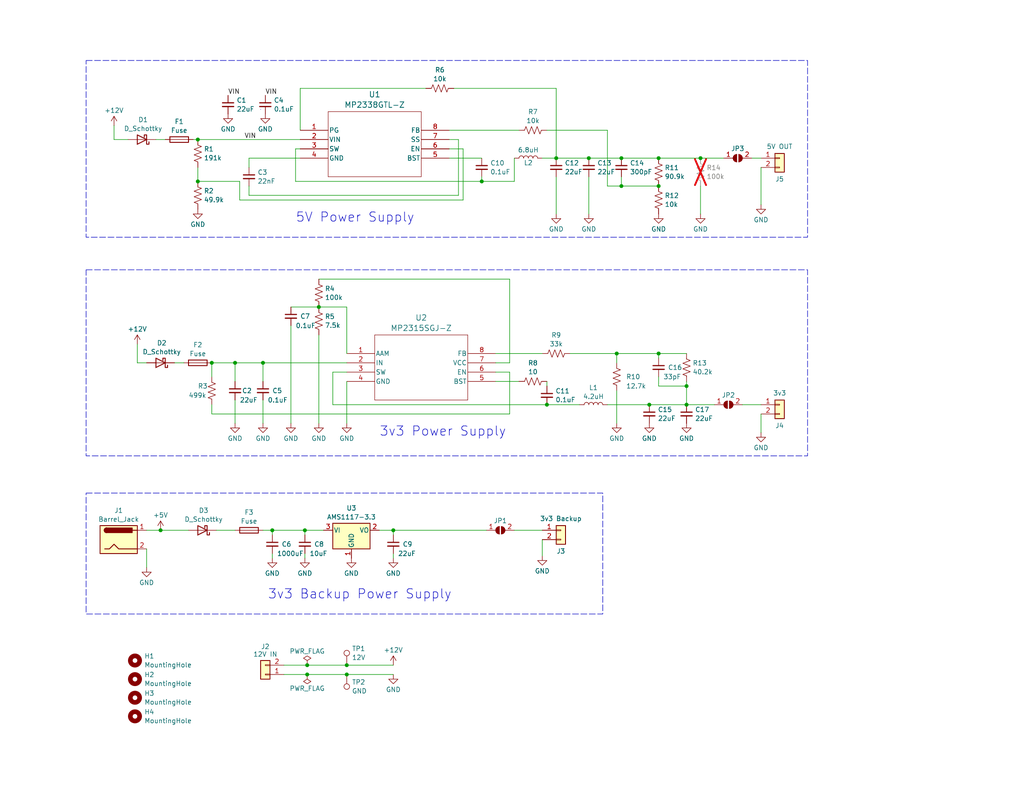
<source format=kicad_sch>
(kicad_sch (version 20230121) (generator eeschema)
  (paper "USLetter")
  (title_block (title "Power Board 3v3 and 5V") (date "2025-03-09") (rev "1.0") (comment 1 "Designed By: Omkar Kulkarni"))
  (lib_symbols
    (symbol "Connector:Barrel_Jack" (pin_names (offset 1.016))
      (property "Reference" "J" (at 0 5.334 0))
      (property "Value" "Barrel_Jack" (at 0 -5.08 0))
      (symbol "Barrel_Jack_0_1"
        (rectangle (start -5.08 3.81) (end 5.08 -3.81) (stroke (width 0.254)) (fill (type background)))
        (arc (start -3.302 3.175) (mid -3.9343 2.54) (end -3.302 1.905) (stroke (width 0.254)))
        (arc (start -3.302 3.175) (mid -3.9343 2.54) (end -3.302 1.905) (stroke (width 0.254)) (fill (type outline)))
        (polyline (pts (xy 5.08 2.54) (xy 3.81 2.54)) (stroke (width 0.254)))
        (polyline (pts (xy -3.81 -2.54) (xy -2.54 -2.54) (xy -1.27 -1.27) (xy 0 -2.54) (xy 2.54 -2.54) (xy 5.08 -2.54)) (stroke (width 0.254)))
        (rectangle (start 3.683 3.175) (end -3.302 1.905) (stroke (width 0.254)) (fill (type outline)))
      )
      (symbol "Barrel_Jack_1_1"
        (pin passive line (at 7.62 2.54 180) (length 2.54) (name "~") (number "1"))
        (pin passive line (at 7.62 -2.54 180) (length 2.54) (name "~") (number "2"))
      )
    )
    (symbol "Connector:TestPoint" (pin_numbers hide) (pin_names (offset 0.762) hide)
      (property "Reference" "TP" (at 0 6.858 0))
      (property "Value" "TestPoint" (at 0 5.08 0))
      (symbol "TestPoint_0_1"
        (circle (center 0 3.302) (radius 0.762))
      )
      (symbol "TestPoint_1_1"
        (pin passive line (at 0 0 90) (length 2.54) (name "1") (number "1"))
      )
    )
    (symbol "Connector_Generic:Conn_01x02" (pin_names (offset 1.016) hide)
      (property "Reference" "J" (at 0 2.54 0))
      (property "Value" "Conn_01x02" (at 0 -5.08 0))
      (symbol "Conn_01x02_1_1"
        (rectangle (start -1.27 -2.413) (end 0 -2.667) (stroke (width 0.1524)))
        (rectangle (start -1.27 0.127) (end 0 -0.127) (stroke (width 0.1524)))
        (rectangle (start -1.27 1.27) (end 1.27 -3.81) (stroke (width 0.254)) (fill (type background)))
        (pin passive line (at -5.08 0 0) (length 3.81) (name "Pin_1") (number "1"))
        (pin passive line (at -5.08 -2.54 0) (length 3.81) (name "Pin_2") (number "2"))
      )
    )
    (symbol "Device:C_Small" (pin_numbers hide) (pin_names (offset 0.254) hide)
      (property "Reference" "C" (at 0.254 1.778 0))
      (property "Value" "C_Small" (at 0.254 -2.032 0))
      (symbol "C_Small_0_1"
        (polyline (pts (xy -1.524 -0.508) (xy 1.524 -0.508)) (stroke (width 0.3302)))
        (polyline (pts (xy -1.524 0.508) (xy 1.524 0.508)) (stroke (width 0.3048)))
      )
      (symbol "C_Small_1_1"
        (pin passive line (at 0 2.54 270) (length 2.032) (name "~") (number "1"))
        (pin passive line (at 0 -2.54 90) (length 2.032) (name "~") (number "2"))
      )
    )
    (symbol "Device:L" (pin_numbers hide) (pin_names (offset 1.016) hide)
      (property "Reference" "L" (at -1.27 0 90))
      (property "Value" "L" (at 1.905 0 90))
      (symbol "L_0_1"
        (arc (start 0 -2.54) (mid 0.6323 -1.905) (end 0 -1.27))
        (arc (start 0 -1.27) (mid 0.6323 -0.635) (end 0 0))
        (arc (start 0 0) (mid 0.6323 0.635) (end 0 1.27))
        (arc (start 0 1.27) (mid 0.6323 1.905) (end 0 2.54))
      )
      (symbol "L_1_1"
        (pin passive line (at 0 3.81 270) (length 1.27) (name "1") (number "1"))
        (pin passive line (at 0 -3.81 90) (length 1.27) (name "2") (number "2"))
      )
    )
    (symbol "Device:R_US" (pin_numbers hide) (pin_names (offset 0))
      (property "Reference" "R" (at 2.54 0 90))
      (property "Value" "R_US" (at -2.54 0 90))
      (symbol "R_US_0_1"
        (polyline (pts (xy 0 -2.286) (xy 0 -2.54)))
        (polyline (pts (xy 0 2.286) (xy 0 2.54)))
        (polyline (pts (xy 0 -0.762) (xy 1.016 -1.143) (xy 0 -1.524) (xy -1.016 -1.905) (xy 0 -2.286)))
        (polyline (pts (xy 0 0.762) (xy 1.016 0.381) (xy 0 0) (xy -1.016 -0.381) (xy 0 -0.762)))
        (polyline (pts (xy 0 2.286) (xy 1.016 1.905) (xy 0 1.524) (xy -1.016 1.143) (xy 0 0.762)))
      )
      (symbol "R_US_1_1"
        (pin passive line (at 0 3.81 270) (length 1.27) (name "~") (number "1"))
        (pin passive line (at 0 -3.81 90) (length 1.27) (name "~") (number "2"))
      )
    )
    (symbol "Jumper:SolderJumper_2_Open" (pin_names (offset 0) hide)
      (property "Reference" "JP" (at 0 2.032 0))
      (property "Value" "SolderJumper_2_Open" (at 0 -2.54 0))
      (symbol "SolderJumper_2_Open_0_1"
        (arc (start -0.254 1.016) (mid -1.2656 0) (end -0.254 -1.016))
        (arc (start -0.254 1.016) (mid -1.2656 0) (end -0.254 -1.016) (fill (type outline)))
        (polyline (pts (xy -0.254 1.016) (xy -0.254 -1.016)))
        (polyline (pts (xy 0.254 1.016) (xy 0.254 -1.016)))
        (arc (start 0.254 -1.016) (mid 1.2656 0) (end 0.254 1.016))
        (arc (start 0.254 -1.016) (mid 1.2656 0) (end 0.254 1.016) (fill (type outline)))
      )
      (symbol "SolderJumper_2_Open_1_1"
        (pin passive line (at -3.81 0 0) (length 2.54) (name "A") (number "1"))
        (pin passive line (at 3.81 0 180) (length 2.54) (name "B") (number "2"))
      )
    )
    (symbol "MP2315SGJ-Z:MP2315SGJ-Z" (pin_names (offset 0.254))
      (property "Reference" "U" (at 20.32 10.16 0))
      (property "Value" "MP2315SGJ-Z" (at 20.32 7.62 0))
      (symbol "MP2315SGJ-Z_0_1"
        (polyline (pts (xy 7.62 -12.7) (xy 33.02 -12.7)) (stroke (width 0.127)))
        (polyline (pts (xy 7.62 5.08) (xy 7.62 -12.7)) (stroke (width 0.127)))
        (polyline (pts (xy 33.02 -12.7) (xy 33.02 5.08)) (stroke (width 0.127)))
        (polyline (pts (xy 33.02 5.08) (xy 7.62 5.08)) (stroke (width 0.127)))
        (pin power_in line (at 0 -2.54 0) (length 7.62) (name "IN") (number "2"))
        (pin output line (at 0 -5.08 0) (length 7.62) (name "SW") (number "3"))
        (pin power_in line (at 0 -7.62 0) (length 7.62) (name "GND") (number "4"))
        (pin power_in line (at 40.64 -7.62 180) (length 7.62) (name "BST") (number "5"))
        (pin power_in line (at 40.64 -2.54 180) (length 7.62) (name "VCC") (number "7"))
      )
      (symbol "MP2315SGJ-Z_1_1"
        (pin input line (at 0 0 0) (length 7.62) (name "AAM") (number "1"))
        (pin output line (at 40.64 -5.08 180) (length 7.62) (name "EN") (number "6"))
        (pin input line (at 40.64 0 180) (length 7.62) (name "FB") (number "8"))
      )
    )
    (symbol "MP2338GTL-Z:MP2338GTL-Z" (pin_names (offset 0.254))
      (property "Reference" "U" (at 20.32 10.16 0))
      (property "Value" "MP2338GTL-Z" (at 20.32 7.62 0))
      (symbol "MP2338GTL-Z_0_1"
        (polyline (pts (xy 7.62 -12.7) (xy 33.02 -12.7)) (stroke (width 0.127)))
        (polyline (pts (xy 7.62 5.08) (xy 7.62 -12.7)) (stroke (width 0.127)))
        (polyline (pts (xy 33.02 -12.7) (xy 33.02 5.08)) (stroke (width 0.127)))
        (polyline (pts (xy 33.02 5.08) (xy 7.62 5.08)) (stroke (width 0.127)))
        (pin output line (at 0 0 0) (length 7.62) (name "PG") (number "1"))
        (pin power_in line (at 0 -2.54 0) (length 7.62) (name "VIN") (number "2"))
        (pin output line (at 0 -5.08 0) (length 7.62) (name "SW") (number "3"))
        (pin power_in line (at 0 -7.62 0) (length 7.62) (name "GND") (number "4"))
        (pin power_in line (at 40.64 -7.62 180) (length 7.62) (name "BST") (number "5"))
        (pin input line (at 40.64 -5.08 180) (length 7.62) (name "EN") (number "6"))
        (pin output line (at 40.64 0 180) (length 7.62) (name "FB") (number "8"))
      )
      (symbol "MP2338GTL-Z_1_1"
        (pin input line (at 40.64 -2.54 180) (length 7.62) (name "SS") (number "7"))
      )
    )
    (symbol "Mechanical:MountingHole" (pin_names (offset 1.016))
      (property "Reference" "H" (at 0 5.08 0))
      (property "Value" "MountingHole" (at 0 3.175 0))
      (symbol "MountingHole_0_1"
        (circle (center 0 0) (radius 1.27) (stroke (width 1.27)))
      )
    )
    (symbol "Regulator_Linear:AMS1117-3.3" (pin_names (offset 0.254))
      (property "Reference" "U" (at -3.81 3.175 0))
      (property "Value" "AMS1117-3.3" (at 0 3.175 0))
      (symbol "AMS1117-3.3_0_1"
        (rectangle (start -5.08 -5.08) (end 5.08 1.905) (stroke (width 0.254)) (fill (type background)))
      )
      (symbol "AMS1117-3.3_1_1"
        (pin power_in line (at 0 -7.62 90) (length 2.54) (name "GND") (number "1"))
        (pin power_out line (at 7.62 0 180) (length 2.54) (name "VO") (number "2"))
        (pin power_in line (at -7.62 0 0) (length 2.54) (name "VI") (number "3"))
      )
    )
    (symbol "device:C_Small" (pin_numbers hide) (pin_names (offset 0.254) hide)
      (property "Reference" "C" (at 0.254 1.778 0))
      (property "Value" "C_Small" (at 0.254 -2.032 0))
      (symbol "C_Small_0_1"
        (polyline (pts (xy -1.524 -0.508) (xy 1.524 -0.508)) (stroke (width 0.3302)))
        (polyline (pts (xy -1.524 0.508) (xy 1.524 0.508)) (stroke (width 0.3048)))
      )
      (symbol "C_Small_1_1"
        (pin passive line (at 0 2.54 270) (length 2.032) (name "~") (number "1"))
        (pin passive line (at 0 -2.54 90) (length 2.032) (name "~") (number "2"))
      )
    )
    (symbol "device:D_Schottky" (pin_numbers hide) (pin_names (offset 1.016) hide)
      (property "Reference" "D" (at 0 2.54 0))
      (property "Value" "D_Schottky" (at 0 -2.54 0))
      (symbol "D_Schottky_0_1"
        (polyline (pts (xy 1.27 0) (xy -1.27 0)))
        (polyline (pts (xy 1.27 1.27) (xy 1.27 -1.27) (xy -1.27 0) (xy 1.27 1.27)) (stroke (width 0.254)))
        (polyline (pts (xy -1.905 0.635) (xy -1.905 1.27) (xy -1.27 1.27) (xy -1.27 -1.27) (xy -0.635 -1.27) (xy -0.635 -0.635)) (stroke (width 0.254)))
      )
      (symbol "D_Schottky_1_1"
        (pin passive line (at -3.81 0 0) (length 2.54) (name "K") (number "1"))
        (pin passive line (at 3.81 0 180) (length 2.54) (name "A") (number "2"))
      )
    )
    (symbol "device:Fuse" (pin_numbers hide) (pin_names (offset 0))
      (property "Reference" "F" (at 2.032 0 90))
      (property "Value" "Fuse" (at -1.905 0 90))
      (symbol "Fuse_0_1"
        (rectangle (start -0.762 -2.54) (end 0.762 2.54) (stroke (width 0.254)))
        (polyline (pts (xy 0 2.54) (xy 0 -2.54)))
      )
      (symbol "Fuse_1_1"
        (pin passive line (at 0 3.81 270) (length 1.27) (name "~") (number "1"))
        (pin passive line (at 0 -3.81 90) (length 1.27) (name "~") (number "2"))
      )
    )
    (symbol "device:L" (pin_numbers hide) (pin_names (offset 1.016) hide)
      (property "Reference" "L" (at -1.27 0 90))
      (property "Value" "L" (at 1.905 0 90))
      (symbol "L_0_1"
        (arc (start 0 -2.54) (mid 0.6323 -1.905) (end 0 -1.27))
        (arc (start 0 -1.27) (mid 0.6323 -0.635) (end 0 0))
        (arc (start 0 0) (mid 0.6323 0.635) (end 0 1.27))
        (arc (start 0 1.27) (mid 0.6323 1.905) (end 0 2.54))
      )
      (symbol "L_1_1"
        (pin passive line (at 0 3.81 270) (length 1.27) (name "1") (number "1"))
        (pin passive line (at 0 -3.81 90) (length 1.27) (name "2") (number "2"))
      )
    )
    (symbol "device:R_US" (pin_numbers hide) (pin_names (offset 0))
      (property "Reference" "R" (at 2.54 0 90))
      (property "Value" "R_US" (at -2.54 0 90))
      (symbol "R_US_0_1"
        (polyline (pts (xy 0 -2.286) (xy 0 -2.54)))
        (polyline (pts (xy 0 2.286) (xy 0 2.54)))
        (polyline (pts (xy 0 -0.762) (xy 1.016 -1.143) (xy 0 -1.524) (xy -1.016 -1.905) (xy 0 -2.286)))
        (polyline (pts (xy 0 0.762) (xy 1.016 0.381) (xy 0 0) (xy -1.016 -0.381) (xy 0 -0.762)))
        (polyline (pts (xy 0 2.286) (xy 1.016 1.905) (xy 0 1.524) (xy -1.016 1.143) (xy 0 0.762)))
      )
      (symbol "R_US_1_1"
        (pin passive line (at 0 3.81 270) (length 1.27) (name "~") (number "1"))
        (pin passive line (at 0 -3.81 90) (length 1.27) (name "~") (number "2"))
      )
    )
    (symbol "power:+12V" (power) (pin_names (offset 0))
      (property "Value" "+12V" (at 0 3.556 0))
      (symbol "+12V_0_1"
        (polyline (pts (xy -0.762 1.27) (xy 0 2.54)))
        (polyline (pts (xy 0 0) (xy 0 2.54)))
        (polyline (pts (xy 0 2.54) (xy 0.762 1.27)))
      )
      (symbol "+12V_1_1"
        (pin power_in line (at 0 0 90) (length 0) hide (name "+12V") (number "1"))
      )
    )
    (symbol "power:+5V" (power) (pin_names (offset 0))
      (property "Value" "+5V" (at 0 3.556 0))
      (symbol "+5V_0_1"
        (polyline (pts (xy -0.762 1.27) (xy 0 2.54)))
        (polyline (pts (xy 0 0) (xy 0 2.54)))
        (polyline (pts (xy 0 2.54) (xy 0.762 1.27)))
      )
      (symbol "+5V_1_1"
        (pin power_in line (at 0 0 90) (length 0) hide (name "+5V") (number "1"))
      )
    )
    (symbol "power:GND" (power) (pin_names (offset 0))
      (property "Value" "GND" (at 0 -3.81 0))
      (symbol "GND_0_1"
        (polyline (pts (xy 0 0) (xy 0 -1.27) (xy 1.27 -1.27) (xy 0 -2.54) (xy -1.27 -1.27) (xy 0 -1.27)))
      )
      (symbol "GND_1_1"
        (pin power_in line (at 0 0 270) (length 0) hide (name "GND") (number "1"))
      )
    )
    (symbol "power:PWR_FLAG" (power) (pin_numbers hide) (pin_names (offset 0) hide)
      (property "Value" "PWR_FLAG" (at 0 3.81 0))
      (symbol "PWR_FLAG_0_0"
        (pin power_out line (at 0 0 90) (length 0) (name "pwr") (number "1"))
      )
      (symbol "PWR_FLAG_0_1"
        (polyline (pts (xy 0 0) (xy 0 1.27) (xy -1.016 1.905) (xy 0 2.54) (xy 1.016 1.905) (xy 0 1.27)))
      )
    )
  )
  (junction (at 43.815 144.78))
  (junction (at 179.705 50.8))
  (junction (at 83.82 181.61))
  (junction (at 107.315 144.78))
  (junction (at 177.165 110.49))
  (junction (at 187.325 105.41))
  (junction (at 179.705 43.18))
  (junction (at 151.765 43.18))
  (junction (at 94.615 184.15))
  (junction (at 74.295 144.78))
  (junction (at 131.445 49.53))
  (junction (at 83.185 144.78))
  (junction (at 160.655 43.18))
  (junction (at 71.755 99.06))
  (junction (at 179.705 96.52))
  (junction (at 53.975 38.1))
  (junction (at 83.82 184.15))
  (junction (at 169.545 50.8))
  (junction (at 86.995 83.82))
  (junction (at 53.975 49.53))
  (junction (at 187.325 110.49))
  (junction (at 64.135 99.06))
  (junction (at 149.225 110.49))
  (junction (at 191.135 43.18))
  (junction (at 169.545 43.18))
  (junction (at 94.615 181.61))
  (junction (at 57.785 99.06))
  (junction (at 168.275 96.52))
  (wire (pts (xy 64.135 99.06) (xy 71.755 99.06)))
  (wire (pts (xy 80.645 40.64) (xy 81.915 40.64)))
  (wire (pts (xy 191.135 43.18) (xy 197.485 43.18)))
  (wire (pts (xy 57.785 110.49) (xy 57.785 113.03)))
  (wire (pts (xy 202.565 110.49) (xy 207.645 110.49)))
  (wire (pts (xy 67.945 43.18) (xy 81.915 43.18)))
  (wire (pts (xy 94.615 181.61) (xy 107.315 181.61)))
  (wire (pts (xy 94.615 101.6) (xy 90.805 101.6)))
  (wire (pts (xy 42.545 38.1) (xy 45.085 38.1)))
  (wire (pts (xy 131.445 48.26) (xy 131.445 49.53)))
  (wire (pts (xy 71.755 109.22) (xy 71.755 115.57)))
  (wire (pts (xy 187.325 110.49) (xy 194.945 110.49)))
  (wire (pts (xy 191.135 50.8) (xy 191.135 58.42)))
  (wire (pts (xy 94.615 184.15) (xy 107.315 184.15)))
  (wire (pts (xy 31.115 34.29) (xy 31.115 38.1)))
  (wire (pts (xy 169.545 50.8) (xy 179.705 50.8)))
  (wire (pts (xy 80.645 49.53) (xy 80.645 40.64)))
  (wire (pts (xy 37.465 93.98) (xy 37.465 99.06)))
  (wire (pts (xy 103.505 144.78) (xy 107.315 144.78)))
  (wire (pts (xy 151.765 43.18) (xy 160.655 43.18)))
  (wire (pts (xy 125.095 38.1) (xy 122.555 38.1)))
  (wire (pts (xy 43.815 144.78) (xy 51.435 144.78)))
  (wire (pts (xy 57.785 102.87) (xy 57.785 99.06)))
  (wire (pts (xy 135.255 99.06) (xy 139.065 99.06)))
  (wire (pts (xy 90.805 101.6) (xy 90.805 110.49)))
  (wire (pts (xy 179.705 105.41) (xy 187.325 105.41)))
  (wire (pts (xy 94.615 83.82) (xy 86.995 83.82)))
  (wire (pts (xy 67.945 50.8) (xy 67.945 53.34)))
  (wire (pts (xy 65.405 54.61) (xy 126.365 54.61)))
  (wire (pts (xy 57.785 113.03) (xy 139.065 113.03)))
  (wire (pts (xy 57.785 99.06) (xy 64.135 99.06)))
  (wire (pts (xy 168.275 99.06) (xy 168.275 96.52)))
  (wire (pts (xy 79.375 83.82) (xy 86.995 83.82)))
  (wire (pts (xy 122.555 35.56) (xy 141.605 35.56)))
  (wire (pts (xy 83.82 181.61) (xy 94.615 181.61)))
  (wire (pts (xy 125.095 53.34) (xy 125.095 38.1)))
  (wire (pts (xy 83.185 144.78) (xy 88.265 144.78)))
  (wire (pts (xy 131.445 43.18) (xy 122.555 43.18)))
  (wire (pts (xy 177.165 110.49) (xy 187.325 110.49)))
  (wire (pts (xy 71.755 144.78) (xy 74.295 144.78)))
  (wire (pts (xy 179.705 102.87) (xy 179.705 105.41)))
  (wire (pts (xy 155.575 96.52) (xy 168.275 96.52)))
  (wire (pts (xy 140.335 49.53) (xy 140.335 43.18)))
  (wire (pts (xy 168.275 96.52) (xy 179.705 96.52)))
  (wire (pts (xy 37.465 99.06) (xy 40.005 99.06)))
  (wire (pts (xy 179.705 97.79) (xy 179.705 96.52)))
  (wire (pts (xy 160.655 48.26) (xy 160.655 58.42)))
  (wire (pts (xy 94.615 104.14) (xy 94.615 115.57)))
  (wire (pts (xy 77.47 181.61) (xy 83.82 181.61)))
  (wire (pts (xy 139.065 101.6) (xy 135.255 101.6)))
  (wire (pts (xy 135.255 96.52) (xy 147.955 96.52)))
  (wire (pts (xy 71.755 104.14) (xy 71.755 99.06)))
  (wire (pts (xy 207.645 118.11) (xy 207.645 113.03)))
  (wire (pts (xy 179.705 43.18) (xy 191.135 43.18)))
  (wire (pts (xy 81.915 24.13) (xy 116.205 24.13)))
  (wire (pts (xy 140.335 144.78) (xy 147.955 144.78)))
  (wire (pts (xy 147.955 151.765) (xy 147.955 147.32)))
  (wire (pts (xy 151.765 24.13) (xy 151.765 43.18)))
  (wire (pts (xy 151.765 48.26) (xy 151.765 58.42)))
  (wire (pts (xy 187.325 105.41) (xy 187.325 110.49)))
  (wire (pts (xy 107.315 146.05) (xy 107.315 144.78)))
  (wire (pts (xy 165.735 50.8) (xy 169.545 50.8)))
  (wire (pts (xy 86.995 76.2) (xy 139.065 76.2)))
  (wire (pts (xy 53.975 45.72) (xy 53.975 49.53)))
  (wire (pts (xy 139.065 99.06) (xy 139.065 76.2)))
  (wire (pts (xy 107.315 151.13) (xy 107.315 152.4)))
  (wire (pts (xy 169.545 48.26) (xy 169.545 50.8)))
  (wire (pts (xy 64.135 104.14) (xy 64.135 99.06)))
  (wire (pts (xy 135.255 104.14) (xy 141.605 104.14)))
  (wire (pts (xy 77.47 184.15) (xy 83.82 184.15)))
  (wire (pts (xy 59.055 144.78) (xy 64.135 144.78)))
  (wire (pts (xy 31.115 38.1) (xy 34.925 38.1)))
  (wire (pts (xy 80.645 49.53) (xy 131.445 49.53)))
  (wire (pts (xy 90.805 110.49) (xy 149.225 110.49)))
  (wire (pts (xy 74.295 151.13) (xy 74.295 152.4)))
  (wire (pts (xy 149.225 35.56) (xy 165.735 35.56)))
  (wire (pts (xy 74.295 144.78) (xy 74.295 146.05)))
  (wire (pts (xy 168.275 106.68) (xy 168.275 115.57)))
  (wire (pts (xy 65.405 49.53) (xy 65.405 54.61)))
  (wire (pts (xy 74.295 144.78) (xy 83.185 144.78)))
  (wire (pts (xy 187.325 104.14) (xy 187.325 105.41)))
  (wire (pts (xy 160.655 43.18) (xy 169.545 43.18)))
  (wire (pts (xy 179.705 96.52) (xy 187.325 96.52)))
  (wire (pts (xy 149.225 110.49) (xy 158.115 110.49)))
  (wire (pts (xy 94.615 96.52) (xy 94.615 83.82)))
  (wire (pts (xy 53.975 49.53) (xy 65.405 49.53)))
  (wire (pts (xy 147.955 43.18) (xy 151.765 43.18)))
  (wire (pts (xy 169.545 43.18) (xy 179.705 43.18)))
  (wire (pts (xy 207.645 55.88) (xy 207.645 45.72)))
  (wire (pts (xy 86.995 91.44) (xy 86.995 115.57)))
  (wire (pts (xy 123.825 24.13) (xy 151.765 24.13)))
  (wire (pts (xy 53.975 38.1) (xy 81.915 38.1)))
  (wire (pts (xy 40.005 149.86) (xy 40.005 154.94)))
  (wire (pts (xy 165.735 110.49) (xy 177.165 110.49)))
  (wire (pts (xy 67.945 53.34) (xy 125.095 53.34)))
  (wire (pts (xy 149.225 104.14) (xy 149.225 105.41)))
  (wire (pts (xy 205.105 43.18) (xy 207.645 43.18)))
  (wire (pts (xy 83.185 151.13) (xy 83.185 152.4)))
  (wire (pts (xy 107.315 144.78) (xy 132.715 144.78)))
  (wire (pts (xy 67.945 45.72) (xy 67.945 43.18)))
  (wire (pts (xy 52.705 38.1) (xy 53.975 38.1)))
  (wire (pts (xy 79.375 88.9) (xy 79.375 115.57)))
  (wire (pts (xy 83.82 184.15) (xy 94.615 184.15)))
  (wire (pts (xy 64.135 109.22) (xy 64.135 115.57)))
  (wire (pts (xy 81.915 35.56) (xy 81.915 24.13)))
  (wire (pts (xy 71.755 99.06) (xy 94.615 99.06)))
  (wire (pts (xy 165.735 35.56) (xy 165.735 50.8)))
  (wire (pts (xy 139.065 113.03) (xy 139.065 101.6)))
  (wire (pts (xy 83.185 146.05) (xy 83.185 144.78)))
  (wire (pts (xy 47.625 99.06) (xy 50.165 99.06)))
  (wire (pts (xy 126.365 54.61) (xy 126.365 40.64)))
  (wire (pts (xy 40.005 144.78) (xy 43.815 144.78)))
  (wire (pts (xy 131.445 49.53) (xy 140.335 49.53)))
  (wire (pts (xy 126.365 40.64) (xy 122.555 40.64)))
  (rectangle (start 23.495 134.62) (end 164.465 167.64) (stroke (width 0) (type dash)))
  (rectangle (start 23.495 73.66) (end 220.345 124.46) (stroke (width 0) (type dash)))
  (rectangle (start 71.12 29.845) (end 71.12 29.845))
  (rectangle (start 23.495 16.51) (end 220.345 64.77) (stroke (width 0) (type dash)))
  (text "5V Power Supply\n" (at 80.645 60.96 0) (effects (font (size 2.54 2.54)) (justify left bottom)))
  (text "3v3 Backup Power Supply\n" (at 73.025 163.83 0) (effects (font (size 2.54 2.54)) (justify left bottom)))
  (text "3v3 Power Supply\n" (at 103.505 119.38 0) (effects (font (size 2.54 2.54)) (justify left bottom)))
  (label "VIN" (at 72.39 26.035 0))
  (label "VIN" (at 62.23 26.035 0))
  (label "VIN" (at 66.675 38.1 0))
  (symbol (lib_id "Device:R_US") (at 145.415 35.56 90) (unit 1)
    (property "Reference" "R7" (at 145.415 30.5267 90))
    (property "Value" "10k" (at 145.415 32.9509 90))
    (property "Footprint" "Resistor_SMD:R_1206_3216Metric" (effects hide))
    (property "Link" "https://www.digikey.com/en/products/detail/susumu/HRG3216P-1002-B-T1/5762469" (effects hide))
    (property "MPN" "HRG3216P-1002-B-T1" (effects hide))
  )
  (symbol (lib_id "Device:R_US") (at 53.975 53.34 0) (unit 1)
    (property "Reference" "R2" (at 55.626 52.1279 0) (effects (justify left)))
    (property "Value" "49.9k" (at 55.626 54.5521 0) (effects (justify left)))
    (property "Footprint" "Resistor_SMD:R_2512_6332Metric" (effects hide))
    (property "Link" "https://www.digikey.com/en/products/detail/stackpole-electronics-inc/RMCF2512FT49K9/1716643" (effects hide))
    (property "MPN" "RMCF2512FT49K9" (effects hide))
  )
  (symbol (lib_id "power:GND") (at 147.955 151.765 0) (unit 1)
    (property "Reference" "#PWR030" (effects hide))
    (property "Value" "GND" (at 147.955 155.8981 0))
  )
  (symbol (lib_id "Mechanical:MountingHole") (at 36.83 190.5 0) (unit 1)
    (property "Reference" "H3" (at 39.37 189.2879 0) (effects (justify left)))
    (property "Value" "MountingHole" (at 39.37 191.7121 0) (effects (justify left)))
    (property "Footprint" "MountingHole:MountingHole_3.2mm_M3" (effects hide))
    (property "Link" "NA" (effects hide))
    (property "MPN" "NA" (effects hide))
  )
  (symbol (lib_id "Jumper:SolderJumper_2_Open") (at 201.295 43.18 0) (unit 1)
    (property "Reference" "JP3" (at 201.295 40.5709 0))
    (property "Value" "SolderJumper_2_Open" (effects hide))
    (property "Footprint" "Jumper:SolderJumper-2_P1.3mm_Open_RoundedPad1.0x1.5mm" (effects hide))
    (property "Link" "NA" (effects hide))
    (property "MPN" "NA" (effects hide))
  )
  (symbol (lib_id "device:R_US") (at 86.995 80.01 0) (unit 1)
    (property "Reference" "R4" (at 88.646 78.7979 0) (effects (justify left)))
    (property "Value" "100k" (at 88.646 81.2221 0) (effects (justify left)))
    (property "Footprint" "Resistor_SMD:R_0805_2012Metric" (effects hide))
    (property "Link" "https://www.digikey.com/en/products/detail/yageo/RC0805FR-07100KL/727544" (effects hide))
    (property "MPN" "RC0805FR-07100KL" (effects hide))
  )
  (symbol (lib_id "Device:C_Small") (at 62.23 28.575 0) (unit 1)
    (property "Reference" "C1" (at 64.5541 27.3692 0) (effects (justify left)))
    (property "Value" "22uF" (at 64.5541 29.7934 0) (effects (justify left)))
    (property "Footprint" "Capacitor_SMD:C_0805_2012Metric" (effects hide))
    (property "Link" "https://www.digikey.com/en/products/detail/samsung-electro-mechanics/CL21A226MAYNNNE/10479857" (effects hide))
    (property "MPN" "CL21A226MAYNNNE" (effects hide))
  )
  (symbol (lib_id "Connector_Generic:Conn_01x02") (at 212.725 110.49 0) (unit 1)
    (property "Reference" "J4" (at 212.725 116.205 0))
    (property "Value" "3v3" (at 212.725 107.315 0))
    (property "Footprint" "Connector_Molex:Molex_KK-254_AE-6410-02A_1x02_P2.54mm_Vertical" (effects hide))
    (property "Link" "https://www.digikey.com/en/products/detail/molex/1718560102/10482310" (effects hide))
    (property "MPN" "1718560102" (effects hide))
  )
  (symbol (lib_id "power:GND") (at 71.755 115.57 0) (unit 1)
    (property "Reference" "#PWR011" (effects hide))
    (property "Value" "GND" (at 71.755 119.7031 0))
  )
  (symbol (lib_id "device:D_Schottky") (at 38.735 38.1 180) (unit 1)
    (property "Reference" "D1" (at 39.0525 32.6857 0))
    (property "Value" "D_Schottky" (at 39.0525 35.1099 0))
    (property "Footprint" "VS_30BQ015_M3_9AT:VS_30BQ015_M3_9AT" (effects hide))
    (property "Link" "https://www.digikey.com/en/products/detail/vishay-general-semiconductor-diodes-division/VS-30BQ015-M3-9AT/4933664" (effects hide))
    (property "MPN" "VS-30BQ015-M3/9AT" (effects hide))
  )
  (symbol (lib_id "device:L") (at 144.145 43.18 90) (unit 1)
    (property "Reference" "L2" (at 144.145 44.45 90))
    (property "Value" "6.8uH" (at 144.145 40.9546 90))
    (property "Footprint" "7447786006:WE-PD_6050R" (effects hide))
    (property "Link" "https://www.digikey.com/en/products/detail/w%C3%BCrth-elektronik/7447786006/2714734" (effects hide))
    (property "MPN" "7447786006" (effects hide))
  )
  (symbol (lib_id "Device:L") (at 161.925 110.49 90) (unit 1)
    (property "Reference" "L1" (at 161.925 105.8404 90))
    (property "Value" "4.2uH" (at 161.925 108.2646 90))
    (property "Footprint" "744053004:WE-TPC_5828" (effects hide))
    (property "Link" "https://www.digikey.com/en/products/detail/w%C3%BCrth-elektronik/744053004/1638442" (effects hide))
    (property "MPN" "744053004" (effects hide))
  )
  (symbol (lib_id "power:+5V") (at 43.815 144.78 0) (unit 1)
    (property "Reference" "#PWR04" (effects hide))
    (property "Value" "+5V" (at 43.815 140.6469 0))
  )
  (symbol (lib_id "power:GND") (at 83.185 152.4 0) (unit 1)
    (property "Reference" "#PWR014" (effects hide))
    (property "Value" "GND" (at 83.185 156.5331 0))
  )
  (symbol (lib_id "device:D_Schottky") (at 55.245 144.78 180) (unit 1)
    (property "Reference" "D3" (at 55.5625 139.3657 0))
    (property "Value" "D_Schottky" (at 55.5625 141.7899 0))
    (property "Footprint" "VS_30BQ015_M3_9AT:VS_30BQ015_M3_9AT" (effects hide))
    (property "Link" "https://www.digikey.com/en/products/detail/vishay-general-semiconductor-diodes-division/VS-30BQ015-M3-9AT/4933664" (effects hide))
    (property "MPN" "VS-30BQ015-M3/9AT" (effects hide))
  )
  (symbol (lib_id "device:C_Small") (at 177.165 113.03 0) (unit 1)
    (property "Reference" "C15" (at 179.4891 111.8242 0) (effects (justify left)))
    (property "Value" "22uF" (at 179.4891 114.2484 0) (effects (justify left)))
    (property "Footprint" "Capacitor_SMD:C_0805_2012Metric" (effects hide))
    (property "Link" "https://www.digikey.com/en/products/detail/samsung-electro-mechanics/CL21A226MAYNNNE/10479857" (effects hide))
    (property "MPN" "CL21A226MAYNNNE" (effects hide))
  )
  (symbol (lib_id "Device:R_US") (at 53.975 41.91 0) (unit 1)
    (property "Reference" "R1" (at 55.626 40.6979 0) (effects (justify left)))
    (property "Value" "191k" (at 55.626 43.1221 0) (effects (justify left)))
    (property "Footprint" "Resistor_SMD:R_1210_3225Metric" (effects hide))
    (property "Link" "https://www.digikey.com/en/products/detail/panasonic-electronic-components/ERJ-14NF1913U/383936" (effects hide))
    (property "MPN" "ERJ-14NF1913U" (effects hide))
  )
  (symbol (lib_id "device:Fuse") (at 53.975 99.06 270) (unit 1)
    (property "Reference" "F2" (at 53.975 94.1537 90))
    (property "Value" "Fuse" (at 53.975 96.5779 90))
    (property "Footprint" "4628:FUSE_4628" (effects hide))
    (property "Link" "https://www.digikey.com/en/products/detail/keystone-electronics/4628/2137316" (effects hide))
    (property "MPN" "36-4628-ND" (effects hide))
  )
  (symbol (lib_id "power:+12V") (at 31.115 34.29 0) (unit 1)
    (property "Reference" "#PWR01" (effects hide))
    (property "Value" "+12V" (at 31.115 30.1569 0))
  )
  (symbol (lib_id "device:R_US") (at 168.275 102.87 0) (unit 1)
    (property "Reference" "R10" (at 170.815 102.87 0) (effects (justify left)))
    (property "Value" "12.7k" (at 170.815 105.41 0) (effects (justify left)))
    (property "Footprint" "Resistor_SMD:R_1210_3225Metric" (effects hide))
    (property "Link" "https://www.digikey.com/en/products/detail/vishay-dale/CRCW121012K7FKEA/1177401" (effects hide))
    (property "MPN" "CRCW121012K7FKEA" (effects hide))
  )
  (symbol (lib_id "device:C_Small") (at 179.705 100.33 0) (unit 1)
    (property "Reference" "C16" (at 182.245 100.33 0) (effects (justify left)))
    (property "Value" "33pF" (at 180.975 102.87 0) (effects (justify left)))
    (property "Footprint" "Resistor_SMD:R_0402_1005Metric" (effects hide))
    (property "Link" "https://www.digikey.com/en/products/detail/murata-electronics/GJM1555C1H330FB01D/7363121" (effects hide))
    (property "MPN" "GJM1555C1H330FB01D" (effects hide))
  )
  (symbol (lib_id "power:GND") (at 177.165 115.57 0) (unit 1)
    (property "Reference" "#PWR024" (effects hide))
    (property "Value" "GND" (at 177.165 119.7031 0))
  )
  (symbol (lib_id "power:GND") (at 107.315 184.15 0) (unit 1)
    (property "Reference" "#PWR020" (effects hide))
    (property "Value" "GND" (at 107.315 188.2831 0))
  )
  (symbol (lib_id "Connector:Barrel_Jack") (at 32.385 147.32 0) (unit 1)
    (property "Reference" "J1" (at 32.385 139.3657 0))
    (property "Value" "Barrel_Jack" (at 32.385 141.7899 0))
    (property "Footprint" "Connector_BarrelJack:BarrelJack_CUI_PJ-102AH_Horizontal" (effects hide))
    (property "Link" "https://www.digikey.com/en/products/detail/same-sky-formerly-cui-devices/PJ-102AH/408448" (effects hide))
    (property "MPN" "PJ-102AH" (effects hide))
  )
  (symbol (lib_id "device:Fuse") (at 48.895 38.1 270) (unit 1)
    (property "Reference" "F1" (at 48.895 33.1937 90))
    (property "Value" "Fuse" (at 48.895 35.6179 90))
    (property "Footprint" "4628:FUSE_4628" (effects hide))
    (property "Link" "https://www.digikey.com/en/products/detail/keystone-electronics/4628/2137316" (effects hide))
    (property "MPN" "36-4628-ND" (effects hide))
  )
  (symbol (lib_id "Connector_Generic:Conn_01x02") (at 153.035 144.78 0) (unit 1)
    (property "Reference" "J3" (at 153.035 150.495 0))
    (property "Value" "3v3 Backup" (at 153.035 141.605 0))
    (property "Footprint" "Connector_Molex:Molex_KK-254_AE-6410-02A_1x02_P2.54mm_Vertical" (effects hide))
    (property "Link" "https://www.digikey.com/en/products/detail/molex/1718560102/10482310" (effects hide))
    (property "MPN" "1718560102" (effects hide))
  )
  (symbol (lib_id "power:GND") (at 187.325 115.57 0) (unit 1)
    (property "Reference" "#PWR026" (effects hide))
    (property "Value" "GND" (at 187.325 119.7031 0))
  )
  (symbol (lib_id "device:R_US") (at 187.325 100.33 180) (unit 1)
    (property "Reference" "R13" (at 188.976 99.1179 0) (effects (justify right)))
    (property "Value" "40.2k" (at 188.976 101.5421 0) (effects (justify right)))
    (property "Footprint" "Resistor_SMD:R_0805_2012Metric" (effects hide))
    (property "Link" "https://www.digikey.com/en/products/detail/vishay-dale/CRCW080540K2FKEAHP/2227138" (effects hide))
    (property "MPN" "CRCW080540K2FKEAHP" (effects hide))
  )
  (symbol (lib_id "power:GND") (at 79.375 115.57 0) (unit 1)
    (property "Reference" "#PWR013" (effects hide))
    (property "Value" "GND" (at 79.375 119.7031 0))
  )
  (symbol (lib_id "Jumper:SolderJumper_2_Open") (at 198.755 110.49 0) (unit 1)
    (property "Reference" "JP2" (at 198.755 107.8809 0))
    (property "Value" "SolderJumper_2_Open" (effects hide))
    (property "Footprint" "Jumper:SolderJumper-2_P1.3mm_Open_RoundedPad1.0x1.5mm" (effects hide))
    (property "Link" "NA" (effects hide))
    (property "MPN" "NA" (effects hide))
  )
  (symbol (lib_id "power:GND") (at 95.885 152.4 0) (unit 1)
    (property "Reference" "#PWR017" (effects hide))
    (property "Value" "GND" (at 95.885 156.5331 0))
  )
  (symbol (lib_id "device:C_Small") (at 149.225 107.95 0) (unit 1)
    (property "Reference" "C11" (at 151.5491 106.7442 0) (effects (justify left)))
    (property "Value" "0.1uF" (at 151.5491 109.1684 0) (effects (justify left)))
    (property "Footprint" "Capacitor_SMD:C_0603_1608Metric" (effects hide))
    (property "Link" "https://www.digikey.com/en/products/detail/kemet/C0603C103F3GECAUTO/6826352" (effects hide))
    (property "MPN" "C0603C103F3GECAUTO" (effects hide))
  )
  (symbol (lib_id "power:GND") (at 151.765 58.42 0) (unit 1)
    (property "Reference" "#PWR021" (effects hide))
    (property "Value" "GND" (at 151.765 62.5531 0))
  )
  (symbol (lib_id "device:C_Small") (at 64.135 106.68 0) (unit 1)
    (property "Reference" "C2" (at 66.04 106.68 0) (effects (justify left)))
    (property "Value" "22uF" (at 65.405 109.22 0) (effects (justify left)))
    (property "Footprint" "Capacitor_SMD:C_0805_2012Metric" (effects hide))
    (property "Link" "https://www.digikey.com/en/products/detail/samsung-electro-mechanics/CL21A226MAYNNNE/10479857" (effects hide))
    (property "MPN" "CL21A226MAYNNNE" (effects hide))
  )
  (symbol (lib_id "power:GND") (at 72.39 31.115 0) (unit 1)
    (property "Reference" "#PWR010" (effects hide))
    (property "Value" "GND" (at 72.39 35.2481 0))
  )
  (symbol (lib_id "device:R_US") (at 151.765 96.52 90) (unit 1)
    (property "Reference" "R9" (at 151.765 91.4867 90))
    (property "Value" "33k" (at 151.765 93.9109 90))
    (property "Footprint" "Resistor_SMD:R_0805_2012Metric" (effects hide))
    (property "Link" "https://www.digikey.com/en/products/detail/vishay-dale/RCS080533K0FKEA/5869431" (effects hide))
    (property "MPN" "RCS080533K0FKEA" (effects hide))
  )
  (symbol (lib_id "device:R_US") (at 86.995 87.63 0) (unit 1)
    (property "Reference" "R5" (at 88.646 86.4179 0) (effects (justify left)))
    (property "Value" "7.5k" (at 88.646 88.8421 0) (effects (justify left)))
    (property "Footprint" "Resistor_SMD:R_0805_2012Metric" (effects hide))
    (property "Link" "https://www.digikey.com/en/products/detail/vishay-dale/CRCW08057K50FKEAHP/2227060" (effects hide))
    (property "MPN" "CRCW08057K50FKEAHP" (effects hide))
  )
  (symbol (lib_id "Device:R_US") (at 179.705 54.61 0) (unit 1)
    (property "Reference" "R12" (at 181.356 53.3979 0) (effects (justify left)))
    (property "Value" "10k" (at 181.356 55.8221 0) (effects (justify left)))
    (property "Footprint" "Resistor_SMD:R_1206_3216Metric" (effects hide))
    (property "Link" "https://www.digikey.com/en/products/detail/susumu/HRG3216P-1002-B-T1/5762469" (effects hide))
    (property "MPN" "HRG3216P-1002-B-T1" (effects hide))
  )
  (symbol (lib_id "power:GND") (at 86.995 115.57 0) (unit 1)
    (property "Reference" "#PWR015" (effects hide))
    (property "Value" "GND" (at 86.995 119.7031 0))
  )
  (symbol (lib_id "power:GND") (at 107.315 152.4 0) (unit 1)
    (property "Reference" "#PWR018" (effects hide))
    (property "Value" "GND" (at 107.315 156.5331 0))
  )
  (symbol (lib_id "power:+12V") (at 37.465 93.98 0) (unit 1)
    (property "Reference" "#PWR02" (effects hide))
    (property "Value" "+12V" (at 37.465 89.8469 0))
  )
  (symbol (lib_id "MP2338GTL-Z:MP2338GTL-Z") (at 81.915 35.56 0) (unit 1)
    (property "Reference" "U1" (at 102.235 25.7863 0) (effects (font (size 1.524 1.524))))
    (property "Value" "MP2338GTL-Z" (at 102.235 28.6191 0) (effects (font (size 1.524 1.524))))
    (property "Footprint" "SOT583_MP2338_MNP" (effects hide))
    (property "Datasheet" "MP2338GTL-Z" (effects hide))
    (property "Link" "https://www.digikey.com/en/products/detail/monolithic-power-systems-inc/MP2338GTL-Z/15966227" (effects hide))
    (property "MPN" "MP2338GTL-Z" (effects hide))
  )
  (symbol (lib_id "device:C_Small") (at 71.755 106.68 0) (unit 1)
    (property "Reference" "C5" (at 74.295 106.68 0) (effects (justify left)))
    (property "Value" "0.1uF" (at 73.025 109.22 0) (effects (justify left)))
    (property "Footprint" "Capacitor_SMD:C_0603_1608Metric" (effects hide))
    (property "Link" "https://www.digikey.com/en/products/detail/kemet/C0603C103F3GECAUTO/6826352" (effects hide))
    (property "MPN" "C0603C103F3GECAUTO" (effects hide))
  )
  (symbol (lib_id "Device:C_Small") (at 67.945 48.26 0) (unit 1)
    (property "Reference" "C3" (at 70.2691 47.0542 0) (effects (justify left)))
    (property "Value" "22nF" (at 70.2691 49.4784 0) (effects (justify left)))
    (property "Footprint" "Capacitor_SMD:C_0805_2012Metric" (effects hide))
    (property "Link" "https://www.digikey.com/en/products/detail/kemet/C0805C223F3GECAUTO/8647267" (effects hide))
    (property "MPN" "C0805C223F3GECAUTO" (effects hide))
  )
  (symbol (lib_id "power:+12V") (at 107.315 181.61 0) (unit 1)
    (property "Reference" "#PWR019" (effects hide))
    (property "Value" "+12V" (at 107.315 177.4769 0))
  )
  (symbol (lib_id "Connector_Generic:Conn_01x02") (at 212.725 43.18 0) (unit 1)
    (property "Reference" "J5" (at 212.725 48.895 0))
    (property "Value" "5V OUT" (at 212.725 40.005 0))
    (property "Footprint" "Connector_Molex:Molex_KK-254_AE-6410-02A_1x02_P2.54mm_Vertical" (effects hide))
    (property "Link" "https://www.digikey.com/en/products/detail/molex/1718560102/10482310" (effects hide))
    (property "MPN" "1718560102" (effects hide))
  )
  (symbol (lib_id "power:GND") (at 62.23 31.115 0) (unit 1)
    (property "Reference" "#PWR07" (effects hide))
    (property "Value" "GND" (at 62.23 35.2481 0))
  )
  (symbol (lib_id "Device:R_US") (at 191.135 46.99 0) (unit 1) (dnp yes)
    (property "Reference" "R14" (at 192.786 45.7779 0) (effects (justify left)))
    (property "Value" "100k" (at 192.786 48.2021 0) (effects (justify left)))
    (property "Footprint" "Resistor_SMD:R_0805_2012Metric" (effects hide))
    (property "Link" "https://www.digikey.com/en/products/detail/yageo/RC0805FR-07100KL/727544" (effects hide))
    (property "MPN" "RC0805FR-07100KL" (effects hide))
  )
  (symbol (lib_id "Jumper:SolderJumper_2_Open") (at 136.525 144.78 0) (unit 1)
    (property "Reference" "JP1" (at 136.525 142.1709 0))
    (property "Value" "SolderJumper_2_Open" (effects hide))
    (property "Footprint" "Jumper:SolderJumper-2_P1.3mm_Open_RoundedPad1.0x1.5mm" (effects hide))
    (property "Link" "NA" (effects hide))
    (property "MPN" "NA" (effects hide))
  )
  (symbol (lib_id "power:GND") (at 53.975 57.15 0) (unit 1)
    (property "Reference" "#PWR05" (effects hide))
    (property "Value" "GND" (at 53.975 61.2831 0))
  )
  (symbol (lib_id "power:GND") (at 191.135 58.42 0) (unit 1)
    (property "Reference" "#PWR027" (effects hide))
    (property "Value" "GND" (at 191.135 62.5531 0))
  )
  (symbol (lib_id "power:GND") (at 168.275 115.57 0) (unit 1)
    (property "Reference" "#PWR023" (effects hide))
    (property "Value" "GND" (at 168.275 119.7031 0))
  )
  (symbol (lib_id "MP2315SGJ-Z:MP2315SGJ-Z") (at 94.615 96.52 0) (unit 1)
    (property "Reference" "U2" (at 114.935 86.7463 0) (effects (font (size 1.524 1.524))))
    (property "Value" "MP2315SGJ-Z" (at 114.935 89.5791 0) (effects (font (size 1.524 1.524))))
    (property "Footprint" "TSOT23-8_MP2315S_MNP" (effects hide))
    (property "Datasheet" "MP2315SGJ-Z" (effects hide))
    (property "Link" "https://www.mouser.com/ProductDetail/Monolithic-Power-Systems-MPS/MP2315SGJ-Z?qs=Zwj7mHVHPHQK3n9ExaDQiw%3D%3D" (effects hide))
    (property "MPN" "MP2315SGJ-Z" (effects hide))
  )
  (symbol (lib_id "power:PWR_FLAG") (at 83.82 181.61 0) (unit 1)
    (property "Reference" "#FLG01" (effects hide))
    (property "Value" "PWR_FLAG" (at 83.82 177.8 0))
  )
  (symbol (lib_id "Mechanical:MountingHole") (at 36.83 185.42 0) (unit 1)
    (property "Reference" "H2" (at 39.37 184.2079 0) (effects (justify left)))
    (property "Value" "MountingHole" (at 39.37 186.6321 0) (effects (justify left)))
    (property "Footprint" "MountingHole:MountingHole_3.2mm_M3" (effects hide))
    (property "Link" "NA" (effects hide))
    (property "MPN" "NA" (effects hide))
  )
  (symbol (lib_id "Device:C_Small") (at 169.545 45.72 0) (unit 1)
    (property "Reference" "C14" (at 171.8691 44.5142 0) (effects (justify left)))
    (property "Value" "300pF" (at 171.8691 46.9384 0) (effects (justify left)))
    (property "Footprint" "Capacitor_SMD:C_0805_2012Metric" (effects hide))
    (property "Link" "https://www.digikey.com/en/products/detail/kyocera-avx/08053C301JAT2A/1602220" (effects hide))
    (property "MPN" "08053C301JAT2A" (effects hide))
  )
  (symbol (lib_id "Device:C_Small") (at 74.295 148.59 0) (unit 1)
    (property "Reference" "C6" (at 76.835 148.59 0) (effects (justify left)))
    (property "Value" "1000uF" (at 75.565 151.13 0) (effects (justify left)))
    (property "Footprint" "PCG1A102MCL1GS:CAP_PC_10X12P7_NCH" (effects hide))
    (property "Description" "Electrolytic" (effects hide))
    (property "Link" "https://www.digikey.com/en/products/detail/nichicon/PCG1A102MCL1GS/1662480" (effects hide))
    (property "MPN" "PCG1A102MCL1GS" (effects hide))
  )
  (symbol (lib_id "power:GND") (at 207.645 118.11 0) (unit 1)
    (property "Reference" "#PWR029" (effects hide))
    (property "Value" "GND" (at 207.645 122.2431 0))
  )
  (symbol (lib_id "device:Fuse") (at 67.945 144.78 270) (unit 1)
    (property "Reference" "F3" (at 67.945 139.8737 90))
    (property "Value" "Fuse" (at 67.945 142.2979 90))
    (property "Footprint" "4628:FUSE_4628" (effects hide))
    (property "Link" "https://www.digikey.com/en/products/detail/keystone-electronics/4628/2137316" (effects hide))
    (property "MPN" "36-4628-ND" (effects hide))
  )
  (symbol (lib_id "power:GND") (at 40.005 154.94 0) (unit 1)
    (property "Reference" "#PWR03" (effects hide))
    (property "Value" "GND" (at 40.005 159.0731 0))
  )
  (symbol (lib_id "Device:C_Small") (at 131.445 45.72 0) (unit 1)
    (property "Reference" "C10" (at 133.7691 44.5142 0) (effects (justify left)))
    (property "Value" "0.1uF" (at 133.7691 46.9384 0) (effects (justify left)))
    (property "Footprint" "Capacitor_SMD:C_0603_1608Metric" (effects hide))
    (property "Link" "https://www.digikey.com/en/products/detail/kemet/C0603C103F3GECAUTO/6826352" (effects hide))
    (property "MPN" "C0603C103F3GECAUTO" (effects hide))
  )
  (symbol (lib_id "Mechanical:MountingHole") (at 36.83 195.58 0) (unit 1)
    (property "Reference" "H4" (at 39.37 194.3679 0) (effects (justify left)))
    (property "Value" "MountingHole" (at 39.37 196.7921 0) (effects (justify left)))
    (property "Footprint" "MountingHole:MountingHole_3.2mm_M3" (effects hide))
    (property "Link" "NA" (effects hide))
    (property "MPN" "NA" (effects hide))
  )
  (symbol (lib_id "Connector:TestPoint") (at 94.615 184.15 180) (unit 1)
    (property "Reference" "TP2" (at 96.012 186.2399 0) (effects (justify right)))
    (property "Value" "GND" (at 96.012 188.6641 0) (effects (justify right)))
    (property "Footprint" "TestPoint:TestPoint_Keystone_5010-5014_Multipurpose" (effects hide))
    (property "Link" "https://www.digikey.com/en/products/detail/keystone-electronics/5011/255333" (effects hide))
    (property "MPN" "36-5011-ND" (effects hide))
  )
  (symbol (lib_id "Device:C_Small") (at 160.655 45.72 0) (unit 1)
    (property "Reference" "C13" (at 162.9791 44.5142 0) (effects (justify left)))
    (property "Value" "22uF" (at 162.9791 46.9384 0) (effects (justify left)))
    (property "Footprint" "Capacitor_SMD:C_0805_2012Metric" (effects hide))
    (property "Link" "https://www.digikey.com/en/products/detail/samsung-electro-mechanics/CL21A226MAYNNNE/10479857" (effects hide))
    (property "MPN" "CL21A226MAYNNNE" (effects hide))
  )
  (symbol (lib_id "device:C_Small") (at 107.315 148.59 0) (unit 1)
    (property "Reference" "C9" (at 109.855 148.59 0) (effects (justify left)))
    (property "Value" "22uF" (at 108.585 151.13 0) (effects (justify left)))
    (property "Footprint" "Capacitor_SMD:C_0805_2012Metric" (effects hide))
    (property "Link" "https://www.digikey.com/en/products/detail/samsung-electro-mechanics/CL21A226MAYNNNE/10479857" (effects hide))
    (property "MPN" "CL21A226MAYNNNE" (effects hide))
  )
  (symbol (lib_id "power:GND") (at 64.135 115.57 0) (unit 1)
    (property "Reference" "#PWR08" (effects hide))
    (property "Value" "GND" (at 64.135 119.7031 0))
  )
  (symbol (lib_id "Device:C_Small") (at 72.39 28.575 0) (unit 1)
    (property "Reference" "C4" (at 74.7141 27.3692 0) (effects (justify left)))
    (property "Value" "0.1uF" (at 74.7141 29.7934 0) (effects (justify left)))
    (property "Footprint" "Capacitor_SMD:C_0603_1608Metric" (effects hide))
    (property "Link" "https://www.digikey.com/en/products/detail/kemet/C0603C103F3GECAUTO/6826352" (effects hide))
    (property "MPN" "C0603C103F3GECAUTO" (effects hide))
  )
  (symbol (lib_id "Connector:TestPoint") (at 94.615 181.61 0) (unit 1)
    (property "Reference" "TP1" (at 96.012 177.0959 0) (effects (justify left)))
    (property "Value" "12V" (at 96.012 179.5201 0) (effects (justify left)))
    (property "Footprint" "TestPoint:TestPoint_Keystone_5010-5014_Multipurpose" (effects hide))
    (property "Link" "https://www.digikey.com/en/products/detail/keystone-electronics/5010/255332?gclsrc=aw.ds&&utm_adgroup=&utm_source=google&utm_medium=cpc&utm_campaign=PMax%20Shopping_Product_Medium%20ROAS%20Categories&utm_term=&utm_content=&utm_id=go_cmp-20223376311_adg-_ad-__dev-c_ext-_prd-255332_sig-CjwKCAiAt4C-BhBcEiwA8Kp0CbzsEWT3nk7iC0J-ow0SlwB4PQSze-ccz_Xyo3ZLwG__21KM-jsM1hoC9VQQAvD_BwE&gad_source=1&gclid=CjwKCAiAt4C-BhBcEiwA8Kp0CbzsEWT3nk7iC0J-ow0SlwB4PQSze-ccz_Xyo3ZLwG__21KM-jsM1hoC9VQQAvD_BwE&gclsrc=aw.ds" (effects hide))
    (property "MPN" "36-5010-ND" (effects hide))
  )
  (symbol (lib_id "Device:R_US") (at 120.015 24.13 90) (unit 1)
    (property "Reference" "R6" (at 120.015 19.0967 90))
    (property "Value" "10k" (at 120.015 21.5209 90))
    (property "Footprint" "Resistor_SMD:R_1206_3216Metric" (effects hide))
    (property "Link" "https://www.digikey.com/en/products/detail/susumu/HRG3216P-1002-B-T1/5762469" (effects hide))
    (property "MPN" "HRG3216P-1002-B-T1" (effects hide))
  )
  (symbol (lib_id "Mechanical:MountingHole") (at 36.83 180.34 0) (unit 1)
    (property "Reference" "H1" (at 39.37 179.1279 0) (effects (justify left)))
    (property "Value" "MountingHole" (at 39.37 181.5521 0) (effects (justify left)))
    (property "Footprint" "MountingHole:MountingHole_3.2mm_M3" (effects hide))
    (property "Link" "NA" (effects hide))
    (property "MPN" "NA" (effects hide))
  )
  (symbol (lib_id "Regulator_Linear:AMS1117-3.3") (at 95.885 144.78 0) (unit 1)
    (property "Reference" "U3" (at 95.885 138.7307 0))
    (property "Value" "AMS1117-3.3" (at 95.885 141.1549 0))
    (property "Footprint" "Package_TO_SOT_SMD:SOT-223-3_TabPin2" (effects hide))
    (property "Datasheet" "http://www.advanced-monolithic.com/pdf/ds1117.pdf" (effects hide))
    (property "Link" "https://www.digikey.com/en/products/detail/umw/AMS1117-3-3/17635254" (effects hide))
    (property "MPN" "AMS1117-3.3" (effects hide))
  )
  (symbol (lib_id "device:C_Small") (at 83.185 148.59 0) (unit 1)
    (property "Reference" "C8" (at 85.725 148.59 0) (effects (justify left)))
    (property "Value" "10uF" (at 84.455 151.13 0) (effects (justify left)))
    (property "Footprint" "Resistor_SMD:R_1206_3216Metric" (effects hide))
    (property "Link" "https://www.digikey.com/en/products/detail/kyocera-avx/F951E106KAAAQ2/4005180" (effects hide))
    (property "MPN" "F951E106KAAAQ2" (effects hide))
  )
  (symbol (lib_id "device:C_Small") (at 79.375 86.36 0) (unit 1)
    (property "Reference" "C7" (at 81.915 86.36 0) (effects (justify left)))
    (property "Value" "0.1uF" (at 80.645 88.9 0) (effects (justify left)))
    (property "Footprint" "Capacitor_SMD:C_0603_1608Metric" (effects hide))
    (property "Link" "https://www.digikey.com/en/products/detail/kemet/C0603C103F3GECAUTO/6826352" (effects hide))
    (property "MPN" "C0603C103F3GECAUTO" (effects hide))
  )
  (symbol (lib_id "power:GND") (at 207.645 55.88 0) (unit 1)
    (property "Reference" "#PWR028" (effects hide))
    (property "Value" "GND" (at 207.645 60.0131 0))
  )
  (symbol (lib_id "device:D_Schottky") (at 43.815 99.06 180) (unit 1)
    (property "Reference" "D2" (at 44.1325 93.6457 0))
    (property "Value" "D_Schottky" (at 44.1325 96.0699 0))
    (property "Footprint" "VS_30BQ015_M3_9AT:VS_30BQ015_M3_9AT" (effects hide))
    (property "Link" "https://www.digikey.com/en/products/detail/vishay-general-semiconductor-diodes-division/VS-30BQ015-M3-9AT/4933664" (effects hide))
    (property "MPN" "VS-30BQ015-M3/9AT" (effects hide))
  )
  (symbol (lib_id "device:C_Small") (at 187.325 113.03 0) (unit 1)
    (property "Reference" "C17" (at 189.6491 111.8242 0) (effects (justify left)))
    (property "Value" "22uF" (at 189.6491 114.2484 0) (effects (justify left)))
    (property "Footprint" "Capacitor_SMD:C_0805_2012Metric" (effects hide))
    (property "Link" "https://www.digikey.com/en/products/detail/samsung-electro-mechanics/CL21A226MAYNNNE/10479857" (effects hide))
    (property "MPN" "CL21A226MAYNNNE" (effects hide))
  )
  (symbol (lib_id "power:GND") (at 160.655 58.42 0) (unit 1)
    (property "Reference" "#PWR022" (effects hide))
    (property "Value" "GND" (at 160.655 62.5531 0))
  )
  (symbol (lib_id "power:GND") (at 179.705 58.42 0) (unit 1)
    (property "Reference" "#PWR025" (effects hide))
    (property "Value" "GND" (at 179.705 62.5531 0))
  )
  (symbol (lib_id "Device:R_US") (at 179.705 46.99 0) (unit 1)
    (property "Reference" "R11" (at 181.356 45.7779 0) (effects (justify left)))
    (property "Value" "90.9k" (at 181.356 48.2021 0) (effects (justify left)))
    (property "Footprint" "Resistor_SMD:R_1206_3216Metric" (effects hide))
    (property "Link" "https://www.digikey.com/en/products/detail/stackpole-electronics-inc/RNCP1206FTD90K9/2240402" (effects hide))
    (property "MPN" "RNCP1206FTD90K9" (effects hide))
  )
  (symbol (lib_id "device:R_US") (at 145.415 104.14 90) (unit 1)
    (property "Reference" "R8" (at 145.415 99.1067 90))
    (property "Value" "10" (at 145.415 101.5309 90))
    (property "Footprint" "Resistor_SMD:R_2512_6332Metric" (effects hide))
    (property "Link" "https://www.digikey.com/en/products/detail/te-connectivity-passive-product/CRGP2512F10R/8577299" (effects hide))
    (property "MPN" "CRGP2512F10R" (effects hide))
  )
  (symbol (lib_id "Device:C_Small") (at 151.765 45.72 0) (unit 1)
    (property "Reference" "C12" (at 154.0891 44.5142 0) (effects (justify left)))
    (property "Value" "22uF" (at 154.0891 46.9384 0) (effects (justify left)))
    (property "Footprint" "Capacitor_SMD:C_0805_2012Metric" (effects hide))
    (property "Link" "https://www.digikey.com/en/products/detail/samsung-electro-mechanics/CL21A226MAYNNNE/10479857" (effects hide))
    (property "MPN" "CL21A226MAYNNNE" (effects hide))
  )
  (symbol (lib_id "device:R_US") (at 57.785 106.68 0) (unit 1)
    (property "Reference" "R3" (at 53.975 105.41 0) (effects (justify left)))
    (property "Value" "499k" (at 51.435 107.95 0) (effects (justify left)))
    (property "Footprint" "Resistor_SMD:R_0805_2012Metric" (effects hide))
    (property "Link" "https://www.digikey.com/en/products/detail/vishay-dale/RCS0805499KFKEA/5866998" (effects hide))
    (property "MPN" "RCS0805499KFKEA" (effects hide))
  )
  (symbol (lib_id "Connector_Generic:Conn_01x02") (at 72.39 184.15 180) (unit 1)
    (property "Reference" "J2" (at 72.39 176.53 0))
    (property "Value" "12V IN" (at 72.39 178.6199 0))
    (property "Footprint" "Connector_Molex:Molex_KK-254_AE-6410-02A_1x02_P2.54mm_Vertical" (effects hide))
    (property "Link" "https://www.digikey.com/en/products/detail/molex/1718560102/10482310" (effects hide))
    (property "MPN" "1718560102" (effects hide))
  )
  (symbol (lib_id "power:GND") (at 74.295 152.4 0) (unit 1)
    (property "Reference" "#PWR012" (effects hide))
    (property "Value" "GND" (at 74.295 156.5331 0))
  )
  (symbol (lib_id "power:PWR_FLAG") (at 83.82 184.15 180) (unit 1)
    (property "Reference" "#FLG02" (effects hide))
    (property "Value" "PWR_FLAG" (at 83.82 187.96 0))
  )
  (symbol (lib_id "power:GND") (at 94.615 115.57 0) (unit 1)
    (property "Reference" "#PWR016" (effects hide))
    (property "Value" "GND" (at 94.615 119.7031 0))
  )
)
</source>
